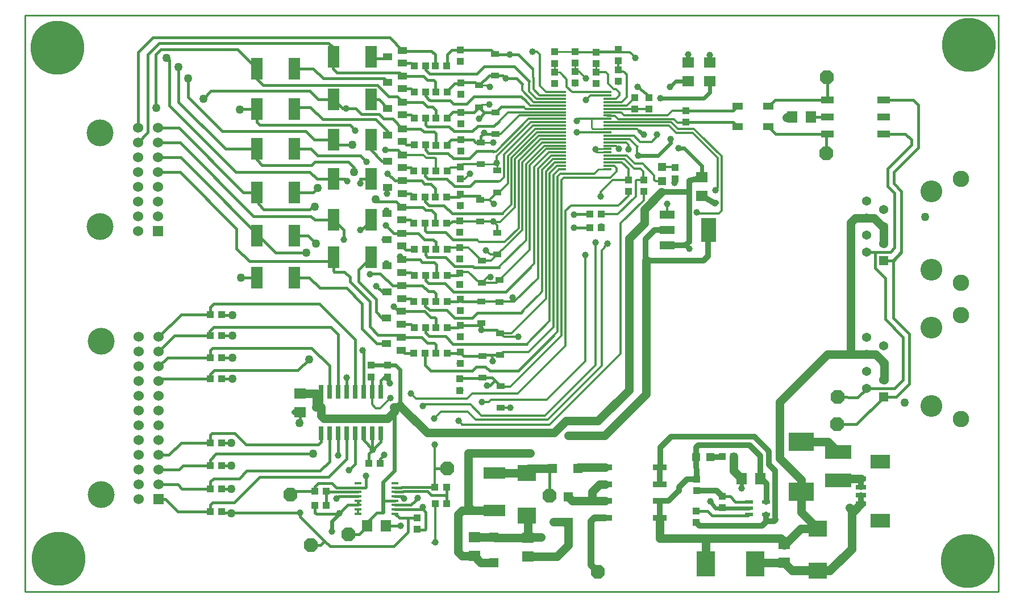
<source format=gtl>
G04 Layer_Physical_Order=1*
G04 Layer_Color=255*
%FSLAX44Y44*%
%MOMM*%
G71*
G01*
G75*
%ADD10R,1.8001X3.1999*%
%ADD11R,1.4001X1.4001*%
%ADD12R,1.5999X0.8001*%
%ADD13R,3.0000X2.1001*%
%ADD14R,2.0000X0.8999*%
%ADD15R,1.9050X1.0160*%
%ADD16R,1.5001X1.0000*%
%ADD17R,1.0500X0.4501*%
%ADD18R,1.2200X0.6200*%
%ADD19R,1.2499X0.3000*%
%ADD20R,1.1001X1.0000*%
%ADD21R,1.0000X1.1001*%
%ADD22R,3.1999X1.8001*%
%ADD23R,2.2352X1.2192*%
%ADD24R,2.1999X3.5999*%
%ADD25R,1.4001X1.0000*%
%ADD26R,0.6604X2.0320*%
%ADD27R,1.1999X1.1999*%
%ADD28R,3.8999X2.0000*%
%ADD29R,1.4001X1.4001*%
%ADD30R,1.2200X0.9101*%
%ADD31R,3.8001X2.8001*%
%ADD32R,2.8001X3.8001*%
%ADD33R,1.8001X1.5999*%
%ADD34R,2.8001X2.4001*%
%ADD35R,1.5999X1.8001*%
%ADD36R,1.1001X1.0000*%
%ADD37R,1.0000X1.1001*%
%ADD38R,1.1999X1.1999*%
%ADD39C,0.3048*%
%ADD40C,0.4064*%
%ADD41C,0.5000*%
%ADD42C,0.2540*%
%ADD43C,0.8128*%
%ADD44C,1.2700*%
%ADD45C,0.6096*%
%ADD46C,0.4060*%
%ADD47C,1.0000*%
%ADD48C,4.0000*%
%ADD49C,1.5240*%
%ADD50R,1.5240X1.5240*%
%ADD51P,2.2627X8X22.5*%
%ADD52R,1.3716X1.3716*%
%ADD53C,1.3716*%
%ADD54C,2.4384*%
%ADD55C,3.2512*%
%ADD56C,8.0000*%
%ADD57C,1.0064*%
%ADD58C,1.2700*%
D10*
X713679Y753110D02*
D03*
X769681D02*
D03*
X713679Y808482D02*
D03*
X769681D02*
D03*
X713171Y869442D02*
D03*
X769173D02*
D03*
X713171Y928116D02*
D03*
X769173D02*
D03*
X713171Y988060D02*
D03*
X769173D02*
D03*
X713679Y1051560D02*
D03*
X769681D02*
D03*
X599318Y1033780D02*
D03*
X655320D02*
D03*
X599379Y974090D02*
D03*
X655381D02*
D03*
X599379Y914400D02*
D03*
X655381D02*
D03*
X599379Y849630D02*
D03*
X655381D02*
D03*
X599379Y784860D02*
D03*
X655381D02*
D03*
X599379Y722630D02*
D03*
X655381D02*
D03*
D11*
X1063244Y395173D02*
D03*
Y357175D02*
D03*
X952500Y335483D02*
D03*
Y297485D02*
D03*
D12*
X1499283Y385110D02*
D03*
Y397609D02*
D03*
Y410111D02*
D03*
Y422610D02*
D03*
D13*
X1528285Y359611D02*
D03*
Y448109D02*
D03*
D14*
X1199253Y439189D02*
D03*
Y414289D02*
D03*
Y389390D02*
D03*
Y364490D02*
D03*
X1117854Y439189D02*
D03*
Y414289D02*
D03*
Y389390D02*
D03*
Y364490D02*
D03*
D15*
X1448816Y936498D02*
D03*
Y961898D02*
D03*
Y987298D02*
D03*
X1532636D02*
D03*
Y961898D02*
D03*
Y936498D02*
D03*
D16*
X1315720Y977900D02*
D03*
X1361440D02*
D03*
Y947420D02*
D03*
X1315720D02*
D03*
D17*
X749562Y370187D02*
D03*
Y376687D02*
D03*
Y383187D02*
D03*
Y389687D02*
D03*
Y396189D02*
D03*
Y402689D02*
D03*
Y409189D02*
D03*
Y415689D02*
D03*
X804918D02*
D03*
Y409189D02*
D03*
Y402689D02*
D03*
Y396189D02*
D03*
Y389687D02*
D03*
Y383187D02*
D03*
Y376687D02*
D03*
Y370187D02*
D03*
D18*
X1331930Y388214D02*
D03*
Y378714D02*
D03*
Y369214D02*
D03*
X1357930D02*
D03*
Y388214D02*
D03*
D19*
X1121491Y989035D02*
D03*
Y984037D02*
D03*
X1053493Y884037D02*
D03*
Y889036D02*
D03*
X1121491Y999035D02*
D03*
Y994037D02*
D03*
Y969035D02*
D03*
Y964037D02*
D03*
Y979035D02*
D03*
Y974037D02*
D03*
Y949035D02*
D03*
Y944037D02*
D03*
Y959035D02*
D03*
Y954037D02*
D03*
Y929035D02*
D03*
Y924037D02*
D03*
Y939035D02*
D03*
Y934037D02*
D03*
Y909035D02*
D03*
Y904037D02*
D03*
Y919035D02*
D03*
Y914037D02*
D03*
Y889036D02*
D03*
Y884037D02*
D03*
Y899035D02*
D03*
Y894037D02*
D03*
X1053493D02*
D03*
Y899035D02*
D03*
Y904037D02*
D03*
Y909035D02*
D03*
Y914037D02*
D03*
Y919035D02*
D03*
Y924037D02*
D03*
Y929035D02*
D03*
Y934037D02*
D03*
Y939035D02*
D03*
Y944037D02*
D03*
Y949035D02*
D03*
Y954037D02*
D03*
Y959035D02*
D03*
Y964037D02*
D03*
Y969035D02*
D03*
Y974037D02*
D03*
Y979035D02*
D03*
Y984037D02*
D03*
Y989035D02*
D03*
Y994037D02*
D03*
Y999035D02*
D03*
D20*
X1222375Y886323D02*
D03*
Y869325D02*
D03*
X1238504Y971159D02*
D03*
Y954161D02*
D03*
X1042416Y1011819D02*
D03*
Y1028817D02*
D03*
X1073150Y1012327D02*
D03*
Y1029325D02*
D03*
X1104900Y1011565D02*
D03*
Y1028563D02*
D03*
X1137666Y1015375D02*
D03*
Y1032373D02*
D03*
X1042416Y1041791D02*
D03*
Y1058789D02*
D03*
X1073150Y1042299D02*
D03*
Y1059297D02*
D03*
X1137666Y1045601D02*
D03*
Y1062599D02*
D03*
X1104900Y1041537D02*
D03*
Y1058535D02*
D03*
X769620Y591429D02*
D03*
Y574431D02*
D03*
X793750Y591429D02*
D03*
Y574431D02*
D03*
X1162050Y973973D02*
D03*
Y990971D02*
D03*
X1183132D02*
D03*
Y973973D02*
D03*
X837692Y346847D02*
D03*
Y363845D02*
D03*
X1152398Y851037D02*
D03*
Y868035D02*
D03*
X1175258Y851037D02*
D03*
Y868035D02*
D03*
X1292606Y396357D02*
D03*
Y379359D02*
D03*
X1254506Y421503D02*
D03*
Y404505D02*
D03*
X1253744Y374513D02*
D03*
Y357515D02*
D03*
D21*
X546471Y667512D02*
D03*
X529473D02*
D03*
X546471Y635762D02*
D03*
X529473D02*
D03*
X546979Y603250D02*
D03*
X529981D02*
D03*
X546979Y571500D02*
D03*
X529981D02*
D03*
X546588Y476250D02*
D03*
X529590D02*
D03*
X546588Y441960D02*
D03*
X529590D02*
D03*
X546979Y407670D02*
D03*
X529981D02*
D03*
X546979Y373380D02*
D03*
X529981D02*
D03*
X881751Y385572D02*
D03*
X864753D02*
D03*
X702300Y382905D02*
D03*
X685302D02*
D03*
X881497Y410083D02*
D03*
X864499D02*
D03*
X702046Y404241D02*
D03*
X685048D02*
D03*
X782945Y445262D02*
D03*
X765947D02*
D03*
X850001Y609219D02*
D03*
X833003D02*
D03*
X850382Y647700D02*
D03*
X833384D02*
D03*
X850128Y686562D02*
D03*
X833130D02*
D03*
X850382Y725678D02*
D03*
X833384D02*
D03*
X850382Y764159D02*
D03*
X833384D02*
D03*
X849747Y803148D02*
D03*
X832749D02*
D03*
X850001Y842772D02*
D03*
X833003D02*
D03*
X850128Y881634D02*
D03*
X833130D02*
D03*
X850255Y920115D02*
D03*
X833257D02*
D03*
X850509Y959993D02*
D03*
X833511D02*
D03*
X850509Y999109D02*
D03*
X833511D02*
D03*
X850255Y1037844D02*
D03*
X833257D02*
D03*
X882767Y609219D02*
D03*
X865769D02*
D03*
X882767Y647700D02*
D03*
X865769D02*
D03*
X882767Y686562D02*
D03*
X865769D02*
D03*
X883021Y725678D02*
D03*
X866023D02*
D03*
X882640Y764159D02*
D03*
X865642D02*
D03*
X882005Y803148D02*
D03*
X865007D02*
D03*
X882259Y842772D02*
D03*
X865261D02*
D03*
X882386Y881634D02*
D03*
X865388D02*
D03*
X882513Y919480D02*
D03*
X865515D02*
D03*
X882513Y959993D02*
D03*
X865515D02*
D03*
X882513Y999109D02*
D03*
X865515D02*
D03*
X1292743Y455676D02*
D03*
X1309741D02*
D03*
X882259Y1037844D02*
D03*
X865261D02*
D03*
D22*
X952754Y374843D02*
D03*
Y430845D02*
D03*
D23*
X1210056Y816610D02*
D03*
Y793496D02*
D03*
Y770382D02*
D03*
D24*
X1272035Y793496D02*
D03*
D25*
X814276Y614197D02*
D03*
Y633197D02*
D03*
X792274Y623697D02*
D03*
X814022Y652932D02*
D03*
Y671932D02*
D03*
X792020Y662432D02*
D03*
X814657Y691286D02*
D03*
Y710286D02*
D03*
X792655Y700786D02*
D03*
X814911Y730148D02*
D03*
Y749148D02*
D03*
X792909Y739648D02*
D03*
X814911Y769264D02*
D03*
Y788264D02*
D03*
X792909Y778764D02*
D03*
X814911Y808507D02*
D03*
Y827507D02*
D03*
X792909Y818007D02*
D03*
X815546Y847623D02*
D03*
Y866623D02*
D03*
X793544Y857123D02*
D03*
X816181Y886485D02*
D03*
Y905485D02*
D03*
X794179Y895985D02*
D03*
X816181Y925347D02*
D03*
Y944347D02*
D03*
X794179Y934847D02*
D03*
X816181Y965098D02*
D03*
Y984098D02*
D03*
X794179Y974598D02*
D03*
X816181Y1003960D02*
D03*
Y1022960D02*
D03*
X794179Y1013460D02*
D03*
X816181Y1042187D02*
D03*
Y1061187D02*
D03*
X794179Y1051687D02*
D03*
D26*
X694563Y490220D02*
D03*
Y551688D02*
D03*
X707263Y490220D02*
D03*
X719963D02*
D03*
X707263Y551688D02*
D03*
X719963D02*
D03*
X732663Y490220D02*
D03*
Y551688D02*
D03*
X745363Y490220D02*
D03*
Y551688D02*
D03*
X758063Y490220D02*
D03*
X770763D02*
D03*
X758063Y551688D02*
D03*
X770763D02*
D03*
X783463Y490220D02*
D03*
Y551688D02*
D03*
D27*
X1202436Y887181D02*
D03*
Y866181D02*
D03*
D28*
X1465118Y419608D02*
D03*
Y462107D02*
D03*
D29*
X1077163Y437642D02*
D03*
X1039165D02*
D03*
D30*
X962279Y528071D02*
D03*
Y560573D02*
D03*
X935482Y573283D02*
D03*
Y605785D02*
D03*
X961390Y607065D02*
D03*
Y639567D02*
D03*
X933450Y654436D02*
D03*
Y686938D02*
D03*
X960374Y686059D02*
D03*
Y718561D02*
D03*
X934339Y714761D02*
D03*
Y747263D02*
D03*
X956945Y756544D02*
D03*
Y789046D02*
D03*
X932053Y806074D02*
D03*
Y838576D02*
D03*
X956818Y849635D02*
D03*
Y882137D02*
D03*
X932688Y891164D02*
D03*
Y923666D02*
D03*
X954278Y936376D02*
D03*
Y968878D02*
D03*
X930402Y976508D02*
D03*
Y1009010D02*
D03*
X953516Y1023625D02*
D03*
Y1056127D02*
D03*
D31*
X1410208Y403436D02*
D03*
Y477436D02*
D03*
D32*
X1267798Y295910D02*
D03*
X1341798D02*
D03*
D33*
X1384808Y296896D02*
D03*
Y324897D02*
D03*
X1262380Y844012D02*
D03*
Y872012D02*
D03*
X923036Y335056D02*
D03*
Y307055D02*
D03*
X1273810Y1042954D02*
D03*
Y1014954D02*
D03*
X1241806Y1043463D02*
D03*
Y1015462D02*
D03*
X663448Y521813D02*
D03*
Y549813D02*
D03*
X1002538Y334548D02*
D03*
Y306548D02*
D03*
D34*
X1435100Y285237D02*
D03*
Y348239D02*
D03*
X1001522Y367787D02*
D03*
Y430789D02*
D03*
D35*
X1424971Y961898D02*
D03*
X1396969D02*
D03*
X791621Y352171D02*
D03*
X763621D02*
D03*
X1321532Y422402D02*
D03*
X1349532D02*
D03*
D36*
X1095131Y796544D02*
D03*
X1112129D02*
D03*
X1094877Y816864D02*
D03*
X1111875D02*
D03*
D37*
X901700Y554111D02*
D03*
Y571109D02*
D03*
X901954Y594243D02*
D03*
Y611241D02*
D03*
X902208Y634121D02*
D03*
Y651119D02*
D03*
X901954Y672983D02*
D03*
Y689981D02*
D03*
X901700Y711718D02*
D03*
Y728716D02*
D03*
Y750453D02*
D03*
Y767451D02*
D03*
Y789696D02*
D03*
Y806694D02*
D03*
X902208Y829574D02*
D03*
Y846572D02*
D03*
Y1044712D02*
D03*
Y1061710D02*
D03*
Y869960D02*
D03*
Y886958D02*
D03*
X902716Y911362D02*
D03*
Y928360D02*
D03*
Y952002D02*
D03*
Y969000D02*
D03*
Y995309D02*
D03*
Y1012307D02*
D03*
D38*
X1274404Y454406D02*
D03*
X1253404D02*
D03*
D39*
X1059180Y821944D02*
X1067054Y829818D01*
X1059180Y620776D02*
Y821944D01*
X988060Y549656D02*
X1059180Y620776D01*
X999289Y974037D02*
X1053493D01*
X995934Y977392D02*
X999289Y974037D01*
X990199Y964037D02*
X1053493D01*
X962660Y936498D02*
X990199Y964037D01*
X954400Y936498D02*
X962660D01*
X954278Y936376D02*
X954400Y936498D01*
X956564Y893318D02*
Y903478D01*
X906414Y891164D02*
X932688D01*
X902208Y886958D02*
X906414Y891164D01*
X882386Y881634D02*
X882396D01*
X887476Y886714D01*
X901964D01*
X902208Y886958D01*
X1007123Y954037D02*
X1053493D01*
X956564Y903478D02*
X1007123Y954037D01*
X932053Y838576D02*
X945774D01*
X952246Y832104D01*
X945774Y838576D02*
Y838594D01*
X956818Y849635D01*
X1014141Y944037D02*
X1053493D01*
X973328Y903224D02*
X1014141Y944037D01*
X932053Y806074D02*
X951098D01*
X951484Y805688D01*
X983488Y827278D02*
Y898906D01*
X961644Y805434D02*
X983488Y827278D01*
X951738Y805434D02*
X961644D01*
X951484Y805688D02*
X951738Y805434D01*
X956945Y789046D02*
Y800227D01*
X951484Y805688D02*
X956945Y800227D01*
X902320Y806074D02*
X932053D01*
X901700Y806694D02*
X902320Y806074D01*
X1018619Y934037D02*
X1053493D01*
X983488Y898906D02*
X1018619Y934037D01*
X946780Y756544D02*
X956945D01*
X940308Y763016D02*
X946780Y756544D01*
X885934Y767451D02*
X901700D01*
X882640Y764159D02*
X885934Y767451D01*
X934217Y747263D02*
X934339D01*
X914146Y767334D02*
X934217Y747263D01*
X901817Y767334D02*
X914146D01*
X901700Y767451D02*
X901817Y767334D01*
X934339Y747263D02*
X947661D01*
X956945Y756544D01*
X994664Y793496D02*
Y894334D01*
X964946Y763778D02*
X994664Y793496D01*
X964179Y763778D02*
X964946D01*
X956945Y756544D02*
X964179Y763778D01*
X1024367Y924037D02*
X1053493D01*
X994664Y894334D02*
X1024367Y924037D01*
X934339Y714761D02*
X956577D01*
X960374Y718561D01*
X930651Y714761D02*
X934339D01*
X914400Y731012D02*
X930651Y714761D01*
X903468Y731012D02*
X914400D01*
X901700Y728716D02*
X903468Y731012D01*
X942716Y723138D02*
X946912D01*
X934339Y714761D02*
X942716Y723138D01*
X1005840Y764027D02*
Y889508D01*
X960374Y718561D02*
X1005840Y764027D01*
X1030369Y914037D02*
X1053493D01*
X1005840Y889508D02*
X1030369Y914037D01*
X1037641Y904037D02*
X1053493D01*
X1018032Y884428D02*
X1037641Y904037D01*
X1018032Y721360D02*
Y884428D01*
X982980Y686308D02*
X1018032Y721360D01*
X979678Y686308D02*
X982980D01*
X965454D02*
X979678D01*
X960623D02*
X965454D01*
X960374Y686059D02*
X960623Y686308D01*
X979678D02*
Y692404D01*
X933450Y686938D02*
X964824D01*
X965454Y686308D01*
X1042881Y894037D02*
X1053493D01*
X1042881Y893783D02*
Y894037D01*
X1029970Y880872D02*
X1042881Y893783D01*
X1029970Y690880D02*
Y880872D01*
X978408Y639318D02*
X1029970Y690880D01*
X961639Y639318D02*
X978408D01*
X961390Y639567D02*
X961639Y639318D01*
X966973Y633984D02*
X988568D01*
X961390Y639567D02*
X966973Y633984D01*
X1049391Y884037D02*
X1053493D01*
X1040892Y875538D02*
X1049391Y884037D01*
X1040892Y648970D02*
Y875538D01*
X1003554Y611632D02*
X1040892Y648970D01*
X965957Y611632D02*
X1003554D01*
X961390Y607065D02*
X965957Y611632D01*
X950722Y597916D02*
Y603255D01*
X946912Y607065D02*
X950722Y603255D01*
X1030425Y999035D02*
X1053493D01*
X1021080Y1008380D02*
X1030425Y999035D01*
X1021080Y1008380D02*
Y1054608D01*
X1009904Y1059180D02*
X1016508D01*
X1021080Y1054608D01*
X1096145Y994037D02*
X1121491D01*
X1089152Y987044D02*
X1096145Y994037D01*
X1073150Y1029325D02*
X1079383D01*
X1088898Y1019810D01*
X1121491Y984037D02*
X1142787D01*
X1150112Y991362D01*
Y1025144D01*
X1145540Y1029716D02*
X1150112Y1025144D01*
X1138311Y1029716D02*
X1145540D01*
X1137666Y1032373D02*
X1138311Y1029716D01*
X1137666Y1032373D02*
Y1045601D01*
X528203Y668782D02*
X528457Y668528D01*
X745363Y490220D02*
X745490Y490093D01*
X749562Y370187D02*
Y376687D01*
X1015279Y989035D02*
X1053493D01*
X1004316Y999998D02*
X1015279Y989035D01*
X1004316Y999998D02*
Y1015492D01*
X973099Y969035D02*
X1053493D01*
X959358Y955294D02*
X973099Y969035D01*
X950976Y910590D02*
X955548D01*
X1003993Y959035D02*
X1053493D01*
X955548Y910590D02*
X1003993Y959035D01*
X957834Y865886D02*
X961390D01*
X967232Y871728D01*
Y905764D01*
X1010503Y949035D02*
X1053493D01*
X967232Y905764D02*
X1010503Y949035D01*
X978408Y831088D02*
Y900938D01*
X965200Y817880D02*
X978408Y831088D01*
X1016506Y939035D02*
X1053493D01*
X978408Y900938D02*
X1016506Y939035D01*
X989076Y796290D02*
Y896620D01*
X968248Y775462D02*
X989076Y796290D01*
X929894Y775462D02*
X968248D01*
X926592Y778764D02*
X929894Y775462D01*
X1021491Y929035D02*
X1053493D01*
X989076Y896620D02*
X1021491Y929035D01*
X999998Y778002D02*
Y891794D01*
X960120Y738124D02*
X999998Y778002D01*
X1027240Y919035D02*
X1053493D01*
X999998Y891794D02*
X1027240Y919035D01*
X1034004Y909035D02*
X1053493D01*
X1012190Y887222D02*
X1034004Y909035D01*
X1012190Y743458D02*
Y887222D01*
X1006094Y737362D02*
X1012190Y743458D01*
X1051560Y877570D02*
X1101090D01*
X1046734Y872744D02*
X1051560Y877570D01*
X1046734Y641604D02*
Y872744D01*
X1041146Y636016D02*
X1046734Y641604D01*
X1068779Y999035D02*
X1121491D01*
X1060704Y1007110D02*
X1068779Y999035D01*
X1060704Y1007110D02*
Y1018032D01*
X1053592Y1025144D02*
X1060704Y1018032D01*
X1121491Y989035D02*
X1134323D01*
X1138936Y993648D01*
Y998474D01*
X1134110Y1003300D02*
X1138936Y998474D01*
X1130554Y1003300D02*
X1134110D01*
X1122426Y1011428D02*
X1130554Y1003300D01*
X1122426Y1011428D02*
Y1025144D01*
X1118870Y1028700D02*
X1122426Y1025144D01*
X1105037Y1028700D02*
X1118870D01*
X1104900Y1028563D02*
X1105037Y1028700D01*
X1121491Y949035D02*
X1213013D01*
X1210056Y816610D02*
Y832104D01*
X1213013Y949035D02*
X1224280Y937768D01*
X1248664D01*
X1285494Y900938D01*
Y856234D02*
Y900938D01*
X1281938Y852678D02*
X1285494Y856234D01*
X902208Y555000D02*
X902980D01*
X902208Y554990D02*
X902980Y555000D01*
X901837Y593989D02*
X901954Y594243D01*
X901700Y594360D02*
X901837Y593989D01*
X901309Y634375D02*
X902208Y634121D01*
X901309Y634375D02*
X902208Y634492D01*
X901563Y673237D02*
X901954Y672983D01*
X901563Y673237D02*
X901954Y673100D01*
X900166Y711464D02*
X901700Y711718D01*
X900166Y711464D02*
X901700Y711708D01*
X901055Y750453D02*
X901700D01*
X901055D02*
X901700Y750570D01*
X900694Y789950D02*
X901700Y789696D01*
X900694Y789950D02*
X901700Y789686D01*
X902208Y829574D02*
X902960Y828812D01*
X902208Y829310D02*
X902960Y828812D01*
X902208Y869960D02*
X909076D01*
X916432Y877316D01*
X902716Y911362D02*
X905266D01*
X902716Y911352D02*
X905266Y911362D01*
X902716Y952002D02*
X902980Y951748D01*
X903224Y951992D01*
X1137021Y1012073D02*
X1137666Y1015375D01*
X1137021Y1012073D02*
X1137666Y1014222D01*
X962279Y528071D02*
X975873D01*
X976376Y528574D01*
X864753Y329809D02*
Y385572D01*
Y329809D02*
X864870Y329692D01*
X863346D02*
X864870D01*
X860806Y327152D02*
X863346Y329692D01*
X860806Y327152D02*
X864108D01*
X864616Y327660D01*
X1097788Y959035D02*
X1121491D01*
X1078161D02*
X1097788D01*
X1075436Y956310D02*
X1078161Y959035D01*
X1262014Y870854D02*
X1262380Y872012D01*
X1121491Y944037D02*
X1165687D01*
X1105662Y1059297D02*
X1134872D01*
X1137666Y1062599D01*
X1073912Y1058535D02*
X1154567D01*
X1157478Y1055624D01*
X1157986D01*
X1163320Y1050290D01*
X1165687Y944037D02*
X1171321Y938403D01*
X1121491Y889036D02*
X1131534D01*
X1134872Y885698D01*
Y880618D02*
Y885698D01*
X1125474Y871220D02*
X1134872Y880618D01*
X1056132Y871220D02*
X1125474D01*
X1052830Y867918D02*
X1056132Y871220D01*
X1052830Y636016D02*
Y867918D01*
X976884Y560070D02*
X1052830Y636016D01*
X962782Y560070D02*
X976884D01*
X962279Y560573D02*
X962782Y560070D01*
X829818Y881634D02*
X833130D01*
X816181Y886485D02*
X816460Y886206D01*
X1121491Y969035D02*
X1141705D01*
X1146048Y964692D01*
X1211580D01*
X1217930Y971042D01*
X1238387D01*
X1238504Y971159D01*
X1137666Y958850D02*
X1220216D01*
X1132586Y963930D02*
X1137666Y958850D01*
X1121598Y963930D02*
X1132586D01*
X1121491Y964037D02*
X1121598Y963930D01*
X1220216Y958850D02*
X1225296Y953770D01*
X1238113D01*
X1238504Y954161D01*
X1175258Y837692D02*
Y851037D01*
X863854Y438912D02*
Y472948D01*
Y410728D02*
Y438912D01*
Y410728D02*
X864499Y410083D01*
X1140968Y803402D02*
X1175258Y837692D01*
X1140968Y609092D02*
Y803402D01*
X1035050Y503174D02*
X1140968Y609092D01*
X905002Y503174D02*
X1035050D01*
X905002D02*
Y503682D01*
X899922Y508762D02*
X905002Y503682D01*
X1152398Y844296D02*
Y851037D01*
X1137920Y829818D02*
X1152398Y844296D01*
X1067054Y829818D02*
X1137920D01*
X920242Y549656D02*
X988060D01*
X912368Y541782D02*
X920242Y549656D01*
X836168Y541782D02*
X912368D01*
X828294Y549656D02*
X836168Y541782D01*
X1121491Y894037D02*
X1143043D01*
X1152398Y884682D01*
Y868035D02*
Y884682D01*
X1129401Y868035D02*
X1152398D01*
X1111504Y850138D02*
X1129401Y868035D01*
X1111504Y843026D02*
Y850138D01*
X1111758Y798068D02*
X1112266Y798693D01*
X1112129Y796544D02*
X1112266Y798693D01*
X1121491Y899035D02*
X1147188D01*
X1161288Y884936D01*
X1170940D01*
X1175004Y880872D01*
Y868289D02*
Y880872D01*
Y868289D02*
X1175258Y868035D01*
X1111875Y816864D02*
X1136904D01*
X1163574Y843534D01*
Y866648D01*
X1164590Y867664D01*
X1174887D01*
X1175258Y868035D01*
X1121491Y919035D02*
X1133792D01*
X1138428Y914400D01*
X1088136Y597916D02*
Y756412D01*
X789559Y572643D02*
Y575066D01*
Y572643D02*
X797052Y565150D01*
X934720Y536956D02*
X944626D01*
X947928Y540258D01*
X1030478D01*
X1088136Y597916D01*
X1103376Y591566D02*
Y774446D01*
X1028446Y516636D02*
X1103376Y591566D01*
X933704Y516636D02*
X1028446D01*
X917194Y533146D02*
X933704Y516636D01*
X848614Y533146D02*
X917194D01*
X846074Y530606D02*
X848614Y533146D01*
X798068Y543052D02*
X798322D01*
X782828Y527812D02*
X798068Y543052D01*
X776224Y527812D02*
X782828D01*
X770636Y533400D02*
X776224Y527812D01*
X770636Y533400D02*
Y551561D01*
X770763Y551688D01*
X1152398Y913638D02*
Y920750D01*
X1149096Y924052D02*
X1152398Y920750D01*
X1121509Y924052D02*
X1149096D01*
X1121491Y924037D02*
X1121509Y924052D01*
X1121491Y979035D02*
X1150115D01*
X1162050Y990971D01*
X1121491Y974037D02*
X1161986D01*
X1162050Y973973D01*
X1183132D01*
X1089155Y939035D02*
X1121491D01*
X1075436Y939038D02*
X1089155Y939035D01*
X1121491Y954037D02*
X1216647D01*
X1226566Y944118D01*
X1250442D01*
X1258570Y935990D01*
X1258824D01*
X1291590Y903224D01*
Y822452D02*
Y903224D01*
X1287272Y818134D02*
X1291590Y822452D01*
X1255268Y818134D02*
X1287272D01*
X1253998Y819404D02*
X1255268Y818134D01*
X814911Y788264D02*
X840384D01*
X849376Y779272D01*
X862076D01*
X865378Y775970D01*
Y765048D02*
Y775970D01*
Y764423D02*
Y765048D01*
Y764423D02*
X865642Y764159D01*
X1006483Y979035D02*
X1053493D01*
X999490Y986028D02*
X1006483Y979035D01*
X1010158Y1021080D02*
Y1033018D01*
X1009650Y1033526D02*
X1010158Y1033018D01*
X1020183Y994037D02*
X1053493D01*
X1011174Y1003046D02*
X1020183Y994037D01*
X1011174Y1003046D02*
Y1020064D01*
X1010158Y1021080D02*
X1011174Y1020064D01*
X1011641Y984037D02*
X1053493D01*
X994410Y1001268D02*
X1011641Y984037D01*
X994410Y1001268D02*
Y1011174D01*
X1040259Y899035D02*
X1053493D01*
X1024128Y882904D02*
X1040259Y899035D01*
X1024128Y701548D02*
Y882904D01*
X1022604Y700024D02*
X1024128Y701548D01*
X1022604Y699770D02*
Y700024D01*
X995680Y672846D02*
X1022604Y699770D01*
X1046008Y889036D02*
X1053493D01*
X1035304Y878332D02*
X1046008Y889036D01*
X1035304Y657860D02*
Y878332D01*
X1001014Y623570D02*
X1035304Y657860D01*
X1121491Y904037D02*
X1150061D01*
X1162050Y892048D01*
X1173734D01*
X1191260Y874522D01*
Y868172D02*
Y874522D01*
Y868172D02*
X1193292Y866140D01*
X1202395D01*
X1202436Y866181D01*
X1219667Y886493D02*
X1222375Y886323D01*
X1202436Y887181D02*
X1221519D01*
X1222375Y886323D01*
X816181Y905485D02*
X847369D01*
X851662Y901192D01*
X863854D01*
X865378Y899668D01*
Y881644D02*
Y899668D01*
Y881644D02*
X865388Y881634D01*
X862838Y512572D02*
X863092D01*
X872998Y522478D01*
X913130D01*
X925322Y510286D01*
X1032256D01*
X1112774Y590804D01*
Y762762D01*
X1121491Y929035D02*
X1154273D01*
X1165860Y917448D01*
X1166114D01*
X1165860Y905764D02*
Y917448D01*
Y905764D02*
X1167130Y904494D01*
X1116838Y768858D02*
X1121156Y773176D01*
X1116838Y766826D02*
Y768858D01*
X1112774Y762762D02*
X1116838Y766826D01*
X1121491Y934037D02*
X1160955D01*
Y933783D02*
Y934037D01*
Y933783D02*
X1169924Y924814D01*
X1187450D01*
X1195324Y932688D01*
Y935228D01*
X1200150Y989584D02*
X1205484D01*
X956818Y849635D02*
X960125D01*
X973328Y862838D01*
Y903224D01*
D40*
X1574038Y920242D02*
Y927862D01*
X1565402Y936498D02*
X1574038Y927862D01*
X1532636Y936498D02*
X1565402D01*
X1538986Y885190D02*
X1574038Y920242D01*
X1533398Y748030D02*
X1547876D01*
Y862584D02*
X1559560Y850900D01*
Y760984D02*
Y850900D01*
X1547876Y862584D02*
Y879602D01*
X1538986Y858774D02*
X1549400Y848360D01*
Y767080D02*
Y848360D01*
X1542796Y760476D02*
X1549400Y767080D01*
X1519936Y760476D02*
X1542796D01*
X789127Y389687D02*
X804918D01*
Y383187D02*
X828957D01*
X1220851Y865251D02*
X1222375Y869325D01*
X882513Y959993D02*
Y961253D01*
X891032Y969772D01*
X901944D01*
X902716Y969000D01*
X922894D01*
X930402Y976508D01*
X938035Y968878D02*
X954278D01*
X930402Y976508D02*
X938035Y968878D01*
X962792Y977392D02*
X995934D01*
X954278Y968878D02*
X962792Y977392D01*
X929894Y959104D02*
X938916Y968756D01*
X954278Y968878D01*
X940938Y936376D02*
X954278D01*
X937768Y937768D02*
X940938Y936376D01*
X882513Y919480D02*
Y922391D01*
X888238Y928116D01*
X902472D01*
X902716Y928360D01*
X925454Y923666D02*
X932688D01*
X921258Y927862D02*
X925454Y923666D01*
X903214Y927862D02*
X921258D01*
X902716Y928360D02*
X903214Y927862D01*
X932688Y923666D02*
Y932688D01*
X937768Y937768D01*
X882259Y842772D02*
X900186D01*
X902208Y846572D01*
X931042Y844164D02*
X932053Y838576D01*
X912368Y844296D02*
X931042Y844164D01*
X902706Y844296D02*
X912368D01*
X902208Y846572D02*
X902706Y844296D01*
X882005Y803148D02*
X886968D01*
X890016Y806196D01*
X901202D01*
X901700Y806694D01*
X883021Y725678D02*
X898662D01*
X901700Y728716D01*
X904999Y686938D02*
X933450D01*
X901954Y689981D02*
X904999Y686938D01*
X882767Y686562D02*
X898535D01*
X901954Y689981D01*
X882767Y647700D02*
X898789D01*
X902208Y651119D01*
X930133D01*
X933450Y654436D01*
Y644398D02*
Y654436D01*
Y644398D02*
X956559D01*
X961390Y639567D01*
X882767Y609219D02*
X899932D01*
X901954Y611241D01*
X907412Y605785D02*
X935482D01*
X901954Y611241D02*
X907412Y605785D01*
X946912Y607065D02*
X961390D01*
X936765D02*
X946912D01*
X935482Y605785D02*
X936765Y607065D01*
X778129Y623697D02*
X792274D01*
X755904Y645922D02*
X778129Y623697D01*
X755904Y645922D02*
Y683514D01*
X732790Y706628D02*
X755904Y683514D01*
X718881Y706628D02*
X732790D01*
X785368Y662432D02*
X792020D01*
X776732Y671068D02*
X785368Y662432D01*
X776732Y671068D02*
Y690118D01*
X785876Y700786D02*
X792655D01*
X777240Y709422D02*
X785876Y700786D01*
X792909Y739648D02*
Y743029D01*
X792226Y743712D02*
X792909Y743029D01*
X752856Y793750D02*
X754949D01*
X769681Y808482D01*
X768411Y1049274D02*
X791766D01*
X794179Y1051687D01*
X699770Y1019302D02*
X788337D01*
X794179Y1013460D01*
X769173Y988060D02*
X780717D01*
X794179Y974598D01*
X678942Y976437D02*
X697037Y958342D01*
X776224D01*
X793496Y941070D01*
Y935530D02*
Y941070D01*
Y935530D02*
X794179Y934847D01*
X785749Y895985D02*
X794179D01*
X769366Y912368D02*
X785749Y895985D01*
X769366Y912368D02*
Y927923D01*
X769173Y928116D02*
X769366Y927923D01*
X792988Y847344D02*
Y856567D01*
X793544Y857123D01*
X792909Y818007D02*
Y821515D01*
X792480Y821944D02*
X792909Y821515D01*
X752917Y869442D02*
X753110Y862838D01*
X752917Y869442D02*
X769173D01*
X789686Y778764D02*
X792909D01*
X789432Y779018D02*
X789686Y778764D01*
X545455Y636016D02*
X545963Y635508D01*
X662940Y371348D02*
X663448Y371856D01*
X823468Y363845D02*
X837692D01*
X811261D02*
X823468D01*
X804918Y370187D02*
X811261Y363845D01*
X663448Y366014D02*
Y371856D01*
Y366014D02*
X700151Y329311D01*
X707898Y321564D01*
X823214Y341884D02*
Y342138D01*
X824484Y343408D01*
Y362829D01*
X823468Y363845D02*
X824484Y362829D01*
X707898Y321564D02*
X802894D01*
X823214Y341884D01*
X679450Y323342D02*
X694182D01*
X700151Y329311D01*
X528457Y668528D02*
X528574Y668411D01*
X707263Y551688D02*
Y590677D01*
X758063Y551688D02*
X758698Y551053D01*
X758063Y551688D02*
Y612775D01*
X756666Y614172D02*
X758063Y612775D01*
X712470Y1033780D02*
X718566Y1027684D01*
X712470Y1033780D02*
Y1049213D01*
X712409Y1049274D02*
X712470Y1049213D01*
Y1065784D01*
X706120Y1072134D02*
X712470Y1065784D01*
X661924Y1072134D02*
X706120D01*
X816181Y1022960D02*
X847242D01*
X853440Y1016762D01*
X862584D01*
X865124Y1014222D01*
Y999500D02*
Y1014222D01*
Y999500D02*
X865515Y999109D01*
X718566Y1027684D02*
X811456D01*
X816181Y1022960D01*
Y984098D02*
X845972D01*
X852932Y977138D01*
X860552D01*
X865378Y972312D01*
Y960130D02*
Y972312D01*
Y960130D02*
X865515Y959993D01*
X687131Y1009650D02*
X778510D01*
X795782Y992378D01*
X807900D01*
X816181Y984098D01*
X814911Y827507D02*
X846099D01*
X850900Y822706D01*
X859282D01*
X865124Y816864D01*
Y803265D02*
Y816864D01*
X865007Y803148D02*
X865124Y803265D01*
X806503Y835914D02*
X814911Y827507D01*
Y749148D02*
X841908D01*
X845820Y745236D01*
X862838D01*
X866394Y741680D01*
Y726049D02*
Y741680D01*
X866023Y725678D02*
X866394Y726049D01*
X814911Y749148D02*
Y751253D01*
X812800Y753364D02*
X814911Y751253D01*
X713740Y795528D02*
Y808421D01*
X713679Y808482D02*
X713740Y808421D01*
X814657Y710286D02*
X845718D01*
X854456Y701548D01*
X862584D01*
X865632Y698500D01*
Y686699D02*
Y698500D01*
Y686699D02*
X865769Y686562D01*
X801268Y710286D02*
X814657D01*
X783082Y728472D02*
X801268Y710286D01*
X768858Y728472D02*
X783082D01*
X767334Y726948D02*
X768858Y728472D01*
X728726Y779018D02*
Y793435D01*
X814022Y671932D02*
X848512D01*
X857758Y662686D01*
X864108D01*
X865886Y660908D01*
Y647817D02*
Y660908D01*
X865769Y647700D02*
X865886Y647817D01*
X809904Y671932D02*
X814022D01*
X803148Y678688D02*
X809904Y671932D01*
X712978Y732536D02*
X714502Y731012D01*
X712978Y732536D02*
Y752155D01*
X814276Y633197D02*
X844829D01*
X853440Y624586D01*
X863092D01*
X865632Y622046D01*
Y609356D02*
Y622046D01*
Y609356D02*
X865769Y609219D01*
X714502Y731012D02*
X729488D01*
X737616Y722884D01*
Y716026D02*
Y722884D01*
Y716026D02*
X767334Y686308D01*
Y649224D02*
Y686308D01*
Y649224D02*
X779780Y636778D01*
X810694D01*
X814276Y633197D01*
X850255Y1032139D02*
Y1037844D01*
Y1032139D02*
X856488Y1025906D01*
X926592D01*
X938022Y1037336D01*
X982472D01*
X1004316Y1015492D01*
X850509Y950351D02*
Y959993D01*
Y950351D02*
X853186Y947674D01*
X885190D01*
X892556Y940308D02*
X920242D01*
X952500Y948436D02*
X959358Y955294D01*
X885190Y947674D02*
X892556Y940308D01*
X920242D02*
X928370Y948436D01*
X952500D01*
X850255Y912759D02*
Y920115D01*
Y912759D02*
X854964Y908050D01*
X883666D01*
X892048Y899668D01*
X915924D01*
X927100Y910844D01*
X950722D01*
X950976Y910590D01*
X850128Y873770D02*
Y881634D01*
Y873770D02*
X853948Y869950D01*
X882142D01*
X892556Y859536D01*
Y859282D02*
Y859536D01*
Y859282D02*
X892810Y859028D01*
X893064D01*
X893826Y858266D01*
X916940D01*
X924560Y865886D01*
X957834D01*
X850001Y835543D02*
Y842772D01*
Y835543D02*
X855472Y830072D01*
X877824D01*
X890016Y817880D01*
X965200D01*
X849747Y792363D02*
Y803148D01*
Y792363D02*
X852170Y789940D01*
X880110D01*
X891286Y778764D01*
X926592D01*
X850382Y755914D02*
Y764159D01*
Y755914D02*
X853186Y753110D01*
X879856D01*
X893572Y739394D01*
X920750D01*
X922528Y737616D01*
X959612D01*
X960120Y738124D01*
X850382Y718322D02*
Y725678D01*
Y718322D02*
X854710Y713994D01*
X879348D01*
X892302Y701040D01*
X969772D01*
X1006094Y737362D01*
X850001Y591957D02*
Y609219D01*
Y591957D02*
X858520Y583438D01*
X919988D01*
X925830Y589280D01*
X939800D01*
X945896Y583184D01*
X988314D01*
X1041146Y636016D01*
X1071753Y816864D02*
X1094877D01*
X1071499Y816610D02*
X1071753Y816864D01*
X1071118Y796544D02*
X1095131D01*
X1071118D02*
X1071245Y796671D01*
X791621Y352171D02*
X812800Y352425D01*
X812927Y352298D01*
X901837Y995563D02*
X902716Y995309D01*
X901837Y995563D02*
X902970Y995426D01*
X902198Y1044712D02*
X902208D01*
X902198D02*
X902208Y1044702D01*
X1183132Y990971D02*
Y993140D01*
X1166114Y1006348D02*
X1183132Y993140D01*
X749562Y383187D02*
Y389687D01*
X765947Y445262D02*
Y459877D01*
X771906Y465836D01*
X758063Y479679D02*
Y490220D01*
Y479679D02*
X771906Y465836D01*
X770763Y466979D02*
Y490220D01*
Y466979D02*
X771906Y465836D01*
X783463Y477393D02*
Y490220D01*
X771906Y465836D02*
X783463Y477393D01*
X734723Y383187D02*
X749562D01*
X722122Y370586D02*
X734723Y383187D01*
X685302Y372100D02*
Y382905D01*
Y372100D02*
X687578Y369824D01*
X721360D01*
X722122Y370586D01*
X1170686Y941070D02*
X1171702Y938022D01*
X1243584Y765048D02*
Y767334D01*
X1239012Y771906D02*
X1243584Y767334D01*
X768477Y592064D02*
X789559D01*
X763621Y352171D02*
Y357475D01*
X777748Y371602D01*
X786638D01*
X787400Y372364D01*
Y391414D02*
X789127Y389687D01*
X735584Y339852D02*
X751301D01*
X763621Y352171D01*
X1035050Y396748D02*
Y433527D01*
X1039165Y437642D01*
X1253744Y374513D02*
X1270645D01*
X1277620Y367538D01*
X1330254D01*
X1331930Y369214D01*
X1312316Y388214D02*
X1331930D01*
X1304544Y395986D02*
X1312316Y388214D01*
X1292977Y395986D02*
X1304544D01*
X1292606Y396357D02*
X1292977Y395986D01*
X1291318Y397647D02*
X1292606Y396357D01*
X902208Y571998D02*
X934197D01*
X935482Y573283D01*
X949566D01*
X953704Y569148D01*
X962279Y560573D01*
X941832Y561340D02*
X945896D01*
X953704Y569148D01*
X819254Y609219D02*
X833003D01*
X814276Y614197D02*
X819254Y609219D01*
X814022Y652932D02*
X828152D01*
X833384Y647700D01*
X814657Y691286D02*
X828406D01*
X833130Y686562D01*
X814911Y730148D02*
X828914D01*
X833384Y725678D01*
X814911Y769264D02*
X815696D01*
X820928Y764032D01*
X833257D01*
X833384Y764159D01*
X814911Y808507D02*
X827390D01*
X832749Y803148D01*
X815546Y847623D02*
X828152D01*
X833003Y842772D01*
X816460Y886206D02*
X828558D01*
X833130Y881634D01*
X821413Y920115D02*
X833257D01*
X816181Y925347D02*
X821413Y920115D01*
X816181Y965098D02*
X828406D01*
X833511Y959993D01*
X816181Y1003960D02*
X828660D01*
X833511Y999109D01*
X816181Y1042187D02*
X828914D01*
X833257Y1037844D01*
X1238504Y971159D02*
X1308979D01*
X1315720Y977900D01*
X1238504Y954161D02*
X1308979D01*
X1315720Y947420D01*
X818642Y393192D02*
Y394462D01*
X817118Y395986D02*
X818642Y394462D01*
X805119Y395986D02*
X817118D01*
X804918Y396189D02*
X805119Y395986D01*
X804918Y409189D02*
X805165Y408940D01*
X864870Y437896D02*
X882904D01*
X863854Y438912D02*
X864870Y437896D01*
X814959Y410083D02*
X864499D01*
X814070Y409194D02*
X814959Y410083D01*
X804923Y409194D02*
X814070D01*
X804918Y409189D02*
X804923Y409194D01*
X717809Y409189D02*
X749562D01*
X710946Y416052D02*
X717809Y409189D01*
X690118Y416052D02*
X710946D01*
X685048Y404241D02*
Y410982D01*
X690118Y416052D01*
X732663Y551688D02*
Y572897D01*
X732536Y573024D02*
X732663Y572897D01*
X717550Y393192D02*
X717804D01*
X720852Y396240D01*
X749511D01*
X749562Y396189D01*
X783463Y551688D02*
Y568970D01*
X789559Y575066D01*
X770763Y551688D02*
Y572780D01*
X768477Y575066D02*
X770763Y572780D01*
X804918Y376687D02*
X846831D01*
X850646Y372872D01*
Y347980D02*
Y372872D01*
X849376Y346710D02*
X850646Y347980D01*
X837829Y346710D02*
X849376D01*
X837692Y346847D02*
X837829Y346710D01*
X804918Y376687D02*
X846587D01*
X846836Y376936D01*
X846582Y376428D02*
X846836Y376936D01*
X846582Y376428D02*
Y380492D01*
X782945Y445262D02*
Y452491D01*
X788924Y458470D01*
X881751Y385572D02*
Y397510D01*
Y402590D01*
Y409829D01*
X881497Y410083D02*
X881751Y409829D01*
X881654Y402689D02*
X881751Y402590D01*
X880735Y396494D02*
X881751Y397510D01*
X852678Y403860D02*
X858774Y397764D01*
X879465D01*
X880735Y396494D01*
X804918Y402689D02*
X816709D01*
X817880Y403860D01*
X852678D01*
X703600Y402689D02*
X749562D01*
X702046Y404241D02*
X703600Y402689D01*
X702300Y382905D02*
Y403987D01*
X702046Y404241D02*
X702300Y403987D01*
X814911Y788264D02*
X839876D01*
X849122Y779018D01*
X861822D01*
X865632Y775208D01*
Y764794D02*
Y775208D01*
Y764794D02*
X866394Y764032D01*
X865378Y765048D02*
X865632Y764794D01*
X802792Y788264D02*
X814911D01*
X790956Y800100D02*
X802792Y788264D01*
X733552Y866140D02*
X733806Y865886D01*
X730250Y869442D02*
X733552Y866140D01*
X713171Y869442D02*
X730250D01*
X850509Y992769D02*
Y999109D01*
Y992769D02*
X855980Y987298D01*
X856234D01*
X857504Y986028D01*
X886968D01*
X891794Y981202D01*
X911352D01*
X922528Y992378D01*
X993140D01*
X999490Y986028D01*
X902208Y1061710D02*
X947931D01*
X953516Y1056127D01*
X889244Y1061710D02*
X902208D01*
X882904Y1055370D02*
X889244Y1061710D01*
X882904Y1038489D02*
Y1055370D01*
X882259Y1037844D02*
X882904Y1038489D01*
X954781Y1054862D02*
X975614D01*
X953516Y1056127D02*
X954781Y1054862D01*
X975614D02*
X988314D01*
X1009650Y1033526D01*
X945020Y1023625D02*
X953516D01*
X930402Y1009010D02*
X945020Y1023625D01*
X928248Y1009010D02*
X930402D01*
X923798Y1013460D02*
X928248Y1009010D01*
X903869Y1013460D02*
X923798D01*
X902716Y1012307D02*
X903869Y1013460D01*
X882513Y999109D02*
Y1000877D01*
X893572Y1011936D01*
X902345D01*
X902716Y1012307D01*
X953516Y1023625D02*
X965957D01*
X969772Y1019810D01*
X985774D01*
X994410Y1011174D01*
X850128Y680222D02*
Y686562D01*
Y680222D02*
X856234Y674116D01*
X881888D01*
X893826Y662178D01*
X920242D01*
X927862Y669798D01*
X992632D01*
X995680Y672846D01*
X850382Y640344D02*
Y647700D01*
Y640344D02*
X855980Y634746D01*
X879856D01*
X891032Y623570D01*
X1001014D01*
X816181Y944347D02*
X843305D01*
X848106Y939546D01*
X863346D01*
X865632Y937260D01*
Y919597D02*
Y937260D01*
X865515Y919480D02*
X865632Y919597D01*
X726887Y974344D02*
X732028D01*
X746760D01*
X754634Y966470D01*
X781050D01*
X788162Y959358D01*
X801169D01*
X816181Y944347D01*
X865261Y1037844D02*
Y1054598D01*
X859409Y1060450D02*
X865261Y1054598D01*
X816917Y1060450D02*
X859409D01*
X816181Y1061187D02*
X816917Y1060450D01*
X712978Y927923D02*
X713171Y928116D01*
X815546Y866623D02*
X844321D01*
X849122Y861822D01*
X858266D01*
X865124Y854964D01*
Y842909D02*
Y854964D01*
Y842909D02*
X865261Y842772D01*
X804951Y866623D02*
X815546D01*
X794004Y877570D02*
X804951Y866623D01*
X685800Y949706D02*
X737616D01*
X745490Y941832D01*
X790448Y912876D02*
X808789D01*
X816181Y905485D01*
X1532636Y987298D02*
X1576832D01*
X1584706Y979424D01*
Y916432D02*
Y979424D01*
X1547876Y879602D02*
X1584706Y916432D01*
X1533144Y747776D02*
X1533398Y748030D01*
Y544830D02*
X1551432D01*
X1570736Y564134D01*
Y638556D01*
X1547368Y661924D02*
X1570736Y638556D01*
X1547368Y661924D02*
Y747522D01*
X1463802Y503428D02*
X1491996D01*
X1533398Y544830D01*
X1538986Y858774D02*
Y885190D01*
X1507744Y760476D02*
X1519936D01*
X1507998Y557530D02*
X1549400D01*
X1562100Y570230D01*
Y633730D01*
X1535430Y660400D02*
X1562100Y633730D01*
X1535430Y660400D02*
Y721360D01*
X1519936Y736854D02*
X1535430Y721360D01*
X1519936Y736854D02*
Y760476D01*
X1464564Y544068D02*
X1494282Y543814D01*
X1507998Y557530D01*
X1424971Y961898D02*
X1448816D01*
X1372362Y936498D02*
X1448816D01*
X1361440Y947420D02*
X1372362Y936498D01*
X1447546Y907542D02*
Y935228D01*
X1448816Y936498D01*
X1370838Y987298D02*
X1448816D01*
X1361440Y977900D02*
X1370838Y987298D01*
X1448816D02*
Y1021080D01*
X1448562Y1021334D02*
X1448816Y1021080D01*
X828957Y383187D02*
X835660Y389890D01*
Y390652D01*
X838962Y393954D01*
X713171Y988060D02*
X726887Y974344D01*
X797359Y1080008D02*
X816181Y1061187D01*
X589026Y1080008D02*
X797359D01*
X730250Y904240D02*
X753110D01*
X762254Y895096D01*
X713740Y808421D02*
X728726Y793435D01*
X750570Y716280D02*
X776732Y690118D01*
X750570Y733745D02*
X769173Y752348D01*
X750570Y716280D02*
Y733745D01*
X719963Y551688D02*
Y637921D01*
X635000Y683260D02*
X692150D01*
X745363Y630047D01*
Y551688D02*
Y630047D01*
X645922Y617220D02*
X680720D01*
X707263Y590677D01*
X642620Y371348D02*
X662940D01*
D41*
X1547876Y748030D02*
X1559560Y759714D01*
D42*
X1547368Y747522D02*
X1547876Y748030D01*
X1559560Y759714D02*
Y760984D01*
X934588Y980694D02*
X945134D01*
X930402Y976508D02*
X934588Y980694D01*
X932688Y923666D02*
X950854D01*
X950976Y923544D01*
X932688Y891164D02*
X954410D01*
X956564Y893318D01*
X956818Y882137D02*
Y893064D01*
X956564Y893318D02*
X956818Y893064D01*
X1073150Y1029325D02*
Y1042299D01*
X1107557Y884037D02*
X1121491D01*
X1101090Y877570D02*
X1107557Y884037D01*
X1050036Y1028700D02*
X1053592Y1025144D01*
X1042533Y1028700D02*
X1050036D01*
X1042416Y1028817D02*
X1042533Y1028700D01*
X1042416Y1028817D02*
Y1041791D01*
X1104900Y1028563D02*
X1105017Y1028446D01*
X1104900Y1028563D02*
Y1041537D01*
X1107806Y909066D02*
X1121491Y909035D01*
X1104900Y909066D02*
X1107806D01*
X1104900D02*
Y913638D01*
X1104755Y914037D02*
X1104900Y913638D01*
X1104755Y914037D02*
X1121491D01*
X1100836Y913892D02*
X1104900Y913638D01*
X1100836Y913892D02*
X1103884Y913384D01*
X1099393Y944037D02*
X1121491D01*
X1097534Y945896D02*
X1099393Y944037D01*
X1097534Y945896D02*
Y958781D01*
X1097788Y959035D01*
X1104900Y1058535D02*
X1105662Y1059297D01*
X1073912Y1058535D02*
X1104900D01*
X1073150Y1059297D02*
X1073912Y1058535D01*
X1042924Y1059297D02*
X1073150D01*
X1042416Y1058789D02*
X1042924Y1059297D01*
X1075436Y939038D02*
X1088898Y939175D01*
X930402Y1009010D02*
X944250D01*
X946404Y1006856D01*
X254000Y254000D02*
X1703837D01*
X1704088Y254251D01*
Y1113539D01*
X1704340Y1113790D01*
X254000D02*
X1704340D01*
X254000Y254000D02*
Y1113790D01*
D43*
X1202182Y849884D02*
X1242822D01*
X1499283Y385110D02*
Y397609D01*
X1199253Y364490D02*
Y389390D01*
X1212096D01*
X1253744Y454066D02*
X1254506Y421503D01*
X1253404Y454406D02*
X1253744Y454066D01*
X1349532Y422402D02*
Y456153D01*
X1333246Y472440D02*
X1349532Y456153D01*
X1256792Y472440D02*
X1333246D01*
X1253236Y468884D02*
X1256792Y472440D01*
X1253236Y454574D02*
Y468884D01*
Y454574D02*
X1253404Y454406D01*
X1349532Y422402D02*
X1351026D01*
X1358646Y414782D01*
Y388930D02*
Y414782D01*
X1357930Y388214D02*
X1358646Y388930D01*
X1239891Y421503D02*
X1254506D01*
X1227836Y409448D02*
X1239891Y421503D01*
X1227836Y405130D02*
Y409448D01*
X1212096Y389390D02*
X1227836Y405130D01*
X1262380Y844012D02*
X1262411Y843757D01*
X1281684Y833374D01*
X654909Y521813D02*
X663448D01*
X1281684Y833374D02*
X1282984Y833628D01*
X1210056Y770382D02*
X1237488D01*
X1239012Y771906D01*
X1243076Y775970D01*
Y849630D01*
Y867410D01*
X1262014Y870854D01*
X1242822Y849884D02*
X1243076Y849630D01*
X1191514Y793496D02*
X1210056D01*
X1178052Y780034D02*
X1191514Y793496D01*
X1178052Y750570D02*
Y780034D01*
Y750570D02*
X1180846Y747776D01*
X1264920D01*
X1271524Y754380D01*
Y792986D01*
X1272035Y793496D01*
X1199253Y414289D02*
Y439189D01*
X1357930Y358186D02*
Y369214D01*
X1352042Y352298D02*
X1357930Y358186D01*
X1258961Y352298D02*
X1352042D01*
X1253744Y357515D02*
X1258961Y352298D01*
X1253744Y357124D02*
Y357515D01*
Y357124D02*
X1258824Y352044D01*
X1351280D01*
X1358138Y358902D01*
X1200150Y468884D02*
X1216660Y485394D01*
X1200150Y440085D02*
Y468884D01*
X1199253Y439189D02*
X1200150Y440085D01*
X1358138Y358902D02*
X1369568D01*
X1372108Y361442D01*
X1216660Y485394D02*
X1340612D01*
Y484886D02*
Y485394D01*
Y484886D02*
X1362202Y463296D01*
Y443484D02*
Y463296D01*
Y443484D02*
X1371600Y434086D01*
Y361950D02*
Y434086D01*
Y361950D02*
X1372108Y361442D01*
X1254506Y404505D02*
X1284460D01*
X1292606Y396357D01*
X1274404Y454406D02*
X1291473D01*
X1292743Y455676D01*
X1499283Y410111D02*
Y422610D01*
D44*
X1384808Y296896D02*
X1396467Y285237D01*
X1342784Y296896D02*
X1384808D01*
X1341798Y295910D02*
X1342784Y296896D01*
X1309741Y434193D02*
Y455676D01*
Y434193D02*
X1321532Y422402D01*
X1435100Y285237D02*
X1452875D01*
X1485138Y317500D01*
Y370965D01*
X1499283Y385110D01*
X1396467Y285237D02*
X1435100D01*
X1384808Y296896D02*
X1385540D01*
X1385824Y297180D01*
Y296164D02*
Y297180D01*
Y296164D02*
X1395730Y286258D01*
X1452880D01*
X1485392Y318770D01*
Y375412D01*
X1481836Y378968D02*
X1485392Y375412D01*
X932609Y297485D02*
X952500D01*
X923036Y307055D02*
X932609Y297485D01*
X905033Y307055D02*
X923036D01*
X898652Y313436D02*
X905033Y307055D01*
X898652Y313436D02*
Y369062D01*
X904748Y375158D01*
X919988D01*
X952439D02*
X952754Y374843D01*
X919988Y375158D02*
X952439D01*
X914400Y380746D02*
X919988Y375158D01*
X914400Y380746D02*
Y461010D01*
X1006094D01*
X1006348Y460756D01*
X1267968Y295910D02*
Y333502D01*
X1200912D02*
X1267968D01*
X1199253D02*
X1200912D01*
X1199253D02*
Y364490D01*
X1410208Y372364D02*
X1434338Y348234D01*
X1409700D02*
X1434338D01*
X1384554Y323088D02*
X1409700Y348234D01*
X1384554Y323088D02*
Y326136D01*
Y329184D01*
X1379728Y334010D02*
X1384554Y329184D01*
X1201420Y334010D02*
X1379728D01*
X1200912Y333502D02*
X1201420Y334010D01*
X1410208Y372364D02*
Y403436D01*
X1378204Y452882D02*
Y537210D01*
Y452882D02*
X1410208Y420878D01*
Y403436D02*
Y420878D01*
X1434343Y348239D02*
X1435100D01*
X1434338Y348234D02*
X1434343Y348239D01*
X1384808Y324897D02*
Y325882D01*
X1384554Y326136D02*
X1384808Y325882D01*
X1267798Y295910D02*
X1267968D01*
X1378204Y537210D02*
X1448816Y607822D01*
X1480312D01*
X1507490D01*
X1507998Y608330D01*
X1520698D01*
X1533398Y595630D01*
Y570230D02*
Y595630D01*
X1531112Y798576D02*
X1533144D01*
X1518412Y811276D02*
X1531112Y798576D01*
X1490726Y811276D02*
X1507744D01*
X1484122Y804672D02*
X1490726Y811276D01*
X1484122Y611632D02*
Y804672D01*
X1480312Y607822D02*
X1484122Y611632D01*
X1507744Y811276D02*
X1518412D01*
X1533144Y773176D02*
Y798576D01*
X1003016Y335026D02*
X1022096D01*
X1002538Y334548D02*
X1003016Y335026D01*
X953437Y334548D02*
X1002538D01*
X952500Y335483D02*
X953437Y334548D01*
X923465Y335483D02*
X952500D01*
X923036Y335056D02*
X923465Y335483D01*
X1002538Y334548D02*
Y366771D01*
X1001522Y367787D02*
X1002538Y366771D01*
X1389126Y961898D02*
X1396969D01*
X1388110Y960882D02*
X1389126Y961898D01*
X687324Y529590D02*
X694944D01*
X1176274Y803402D02*
Y823976D01*
X1202182Y849884D01*
X663448Y549813D02*
X687421D01*
X688086Y549148D01*
Y530352D02*
Y549148D01*
X687324Y529590D02*
X688086Y530352D01*
X802894Y529590D02*
X810768D01*
X812546Y531368D01*
X1153414Y780542D02*
X1176274Y803402D01*
X1153414Y554990D02*
Y780542D01*
X1106932Y508508D02*
X1153414Y554990D01*
X1059688Y508508D02*
X1106932D01*
X1041908Y490728D02*
X1059688Y508508D01*
X853186Y490728D02*
X1041908D01*
X814324Y529590D02*
X853186Y490728D01*
X694944Y516636D02*
Y529590D01*
Y516636D02*
X699262Y512318D01*
X793750D01*
X803910Y522478D01*
X1003808Y437642D02*
X1039165D01*
X995680Y429514D02*
X1003808Y437642D01*
X995680Y429514D02*
X1000247D01*
X1001522Y430789D01*
X952810D02*
X1001522D01*
X952754Y430845D02*
X952810Y430789D01*
X1002538Y306548D02*
X1045941D01*
X1063244Y323850D01*
Y357175D01*
X1179322Y747776D02*
X1180846D01*
X1040638Y358394D02*
X1062025D01*
X1063244Y357175D01*
Y486918D02*
X1117346D01*
X1178814Y548386D01*
Y747268D01*
X1179322Y747776D01*
X1078713Y439189D02*
X1117854D01*
X1077163Y437642D02*
X1078713Y439189D01*
X1098550Y389390D02*
X1117854D01*
X1069028D02*
X1098550D01*
X1063244Y395173D02*
X1069028Y389390D01*
X1109233Y414289D02*
X1117854D01*
X1098296Y403352D02*
X1109233Y414289D01*
X1098296Y389644D02*
Y403352D01*
Y389644D02*
X1098550Y389390D01*
X1410208Y477436D02*
X1449789D01*
X1465118Y462107D01*
X1468120Y422610D02*
X1499283D01*
X1465118Y419608D02*
X1468120Y422610D01*
D45*
X1293251Y378714D02*
X1331930D01*
X1292606Y379359D02*
X1293251Y378714D01*
X1321532Y408401D02*
Y422402D01*
X1321308Y408178D02*
X1321532Y408401D01*
X1282446Y378714D02*
X1331930D01*
X1275080Y388620D02*
X1282446Y378714D01*
X1104900Y1011428D02*
Y1011565D01*
X1073150Y1011936D02*
Y1012327D01*
X1042416Y1011819D02*
Y1011936D01*
X1241806Y1043463D02*
Y1054608D01*
X1242060Y1054862D01*
X1273810Y1042954D02*
Y1054354D01*
X711200Y343662D02*
Y358902D01*
X718566Y366268D01*
Y367030D01*
X722122Y370586D01*
X694563Y529971D02*
Y551688D01*
Y529971D02*
X694944Y529590D01*
X768477Y592064D02*
X805444D01*
X812546Y584962D01*
Y531368D02*
Y584962D01*
Y531368D02*
X814324Y529590D01*
X787400Y372364D02*
Y391414D01*
Y417576D01*
X803910Y434086D01*
Y522478D01*
Y528574D01*
X802894Y529590D02*
X803910Y528574D01*
X1169162Y940562D02*
X1176020Y935990D01*
X1169162Y940562D02*
X1171321Y938403D01*
X1171702Y938022D01*
X1227328Y915416D02*
X1235710D01*
X1262126Y889000D01*
Y872266D02*
Y889000D01*
Y872266D02*
X1262380Y872012D01*
X1223487Y1015462D02*
X1241806D01*
X1214882Y1006856D02*
X1223487Y1015462D01*
X1215136Y922528D02*
Y929132D01*
X1197102Y904494D02*
X1215136Y922528D01*
X1167130Y904494D02*
X1197102D01*
X1273810Y998474D02*
Y1014954D01*
X1264920Y989584D02*
X1273810Y998474D01*
X1200150Y989584D02*
X1264920D01*
D46*
X421760Y923530D02*
X436880Y938650D01*
X697738Y1019302D02*
X699770D01*
X683260Y1033780D02*
X697738Y1019302D01*
X655320Y1033780D02*
X683260D01*
X608330Y1009650D02*
X687131D01*
X599318Y1018662D02*
X608330Y1009650D01*
X657728Y976437D02*
X678942D01*
X655381Y974090D02*
X657728Y976437D01*
X603504Y949706D02*
X685800D01*
X599379Y953831D02*
X603504Y949706D01*
X599379Y953831D02*
Y974090D01*
X690880Y988060D02*
X713171D01*
X678180Y1000760D02*
X690880Y988060D01*
X421760Y945530D02*
Y1058030D01*
X443738Y1080008D01*
X589026D01*
X436880Y938650D02*
Y1055370D01*
X453644Y1072134D01*
X661924D01*
X574040Y972820D02*
X575310Y974090D01*
X599379D01*
X655381Y914400D02*
X679450D01*
X671830Y941070D02*
X684784Y928116D01*
X519430Y989330D02*
X530860Y1000760D01*
X678180D01*
X496570Y991870D02*
X547370Y941070D01*
X671830D01*
X449580Y975360D02*
Y980440D01*
X496570Y991870D02*
Y1019810D01*
X552450Y914400D02*
X599379D01*
X482600Y984250D02*
X552450Y914400D01*
X482600Y984250D02*
Y1036320D01*
X779526Y835914D02*
X806503D01*
X775970Y839470D02*
X779526Y835914D01*
X720151Y920750D02*
X741680D01*
X712978Y927923D02*
X720151Y920750D01*
X684784Y928116D02*
X713171D01*
X679450Y914400D02*
X689610Y904240D01*
X730250D01*
X744220Y880110D02*
Y886460D01*
X735330Y895350D02*
X744220Y886460D01*
X685800Y895350D02*
X735330D01*
X680720Y890270D02*
X685800Y895350D01*
X607060Y890270D02*
X680720D01*
X599379Y897951D02*
X607060Y890270D01*
X599379Y897951D02*
Y914400D01*
X688848Y869442D02*
X713171D01*
X678180Y880110D02*
X688848Y869442D01*
X567690Y880110D02*
X678180D01*
X468630Y979170D02*
X567690Y880110D01*
X570108Y1062990D02*
X599318Y1033780D01*
X455930Y1062990D02*
X570108D01*
X448310Y981710D02*
X449580Y980440D01*
X448310Y981710D02*
Y1055370D01*
X455930Y1062990D01*
X468630Y979170D02*
Y1046480D01*
X464820Y1050290D02*
X468630Y1046480D01*
X683260Y849630D02*
X689610Y855980D01*
X657921Y849630D02*
X683260D01*
X681990Y828040D02*
X685800D01*
X678180Y824230D02*
X681990Y828040D01*
X609600Y824230D02*
X678180D01*
X601919Y831911D02*
X609600Y824230D01*
X601919Y831911D02*
Y849630D01*
X451760Y945530D02*
X483220D01*
X579120Y849630D01*
X601919D01*
X685038Y808482D02*
X713679D01*
X679450Y814070D02*
X685038Y808482D01*
X594360Y814070D02*
X679450D01*
X484900Y923530D02*
X594360Y814070D01*
X451760Y923530D02*
X484900D01*
X692912Y706628D02*
X718881D01*
X675640Y784860D02*
X687070Y773430D01*
X657921Y784860D02*
X675640D01*
X485249Y901530D02*
X627319Y759460D01*
X451760Y901530D02*
X485249D01*
X676910Y722630D02*
X692912Y706628D01*
X655381Y722630D02*
X676910D01*
X451760Y879530D02*
X484450D01*
X568960Y795020D01*
Y765810D02*
Y795020D01*
Y765810D02*
X588010Y746760D01*
X627319Y759460D02*
X673100D01*
X588010Y746760D02*
X707583D01*
X712978Y752155D01*
X534670Y683260D02*
X635000D01*
X529473Y678063D02*
X534670Y683260D01*
X529473Y667512D02*
Y678063D01*
X486362Y667512D02*
X529473D01*
X452910Y634060D02*
X486362Y667512D01*
X708914Y648970D02*
X719963Y637921D01*
X534670Y648970D02*
X708914D01*
X528457Y642757D02*
X534670Y648970D01*
X528457Y636016D02*
Y642757D01*
X476612Y635762D02*
X529473D01*
X452910Y612060D02*
X476612Y635762D01*
X529981Y603250D02*
Y613801D01*
X533400Y617220D01*
X645922D01*
X466100Y603250D02*
X529981D01*
X452910Y590060D02*
X466100Y603250D01*
X660400Y584200D02*
X676910Y600710D01*
X535940Y584200D02*
X660400D01*
X529981Y578241D02*
X535940Y584200D01*
X529981Y571500D02*
Y578241D01*
X575310Y722630D02*
X599379D01*
X562493Y666633D02*
X562610Y666750D01*
X546979Y571500D02*
X562610D01*
X545455Y666633D02*
X562493D01*
X546979Y603250D02*
X562610D01*
X562356Y636016D02*
X562610Y636270D01*
X545455Y636016D02*
X562356D01*
X456350Y571500D02*
X529981D01*
X452910Y568060D02*
X456350Y571500D01*
X452910Y392060D02*
X462650D01*
X481330Y373380D01*
X529981D01*
X487680Y407670D02*
X529981D01*
X481290Y414060D02*
X487680Y407670D01*
X452910Y414060D02*
X481290D01*
X488950Y441960D02*
X529590D01*
X483050Y436060D02*
X488950Y441960D01*
X452910Y436060D02*
X483050D01*
X486410Y476250D02*
X529590D01*
X468220Y458060D02*
X486410Y476250D01*
X452910Y458060D02*
X468220D01*
X546979Y373380D02*
X549011Y371348D01*
X719963Y457327D02*
Y490220D01*
Y457327D02*
X720090Y457200D01*
X529981Y383931D02*
X533400Y387350D01*
X529981Y373380D02*
Y383931D01*
X707263Y448183D02*
Y490220D01*
X693420Y434340D02*
X707263Y448183D01*
X529981Y418221D02*
X534670Y422910D01*
X529981Y407670D02*
Y418221D01*
X749562Y409189D02*
X760979D01*
X762000Y410210D01*
Y426720D01*
X706120Y425450D02*
X732663Y451993D01*
Y490220D01*
X745490Y444500D02*
Y490093D01*
X736600Y435610D02*
X745490Y444500D01*
X538480Y459740D02*
X683260D01*
X529590Y450850D02*
X538480Y459740D01*
X529590Y441960D02*
Y450850D01*
X690880Y473710D02*
X694563Y477393D01*
X582930Y473710D02*
X690880D01*
X566420Y490220D02*
X582930Y473710D01*
X532130Y490220D02*
X566420D01*
X529590Y487680D02*
X532130Y490220D01*
X529590Y476250D02*
Y487680D01*
X694563Y477393D02*
Y490220D01*
X546588Y476250D02*
X561340D01*
X549011Y371348D02*
X642620D01*
X546979Y407670D02*
X561340D01*
X546588Y441960D02*
X561340D01*
X663448Y505968D02*
Y521813D01*
X662940Y505460D02*
X663448Y505968D01*
X534670Y422910D02*
X572770D01*
X584200Y434340D01*
X693420D01*
X533400Y387350D02*
X565150D01*
X603250Y425450D01*
X706120D01*
X654431Y404241D02*
X685048D01*
X648970Y398780D02*
X654431Y404241D01*
D47*
X1102360Y364490D02*
X1117854D01*
X1097280Y359410D02*
X1102360Y364490D01*
X1097280Y293624D02*
Y359410D01*
Y293624D02*
X1107186Y283718D01*
D48*
X366910Y399060D02*
D03*
Y627060D02*
D03*
X365760Y938530D02*
D03*
Y798530D02*
D03*
D49*
X422910Y392060D02*
D03*
Y414060D02*
D03*
Y436060D02*
D03*
Y458060D02*
D03*
Y480060D02*
D03*
Y502060D02*
D03*
Y524060D02*
D03*
Y546060D02*
D03*
Y568060D02*
D03*
Y590060D02*
D03*
Y612060D02*
D03*
Y634060D02*
D03*
X452910D02*
D03*
Y612060D02*
D03*
Y590060D02*
D03*
Y568060D02*
D03*
Y546060D02*
D03*
Y524060D02*
D03*
Y502060D02*
D03*
Y480060D02*
D03*
Y458060D02*
D03*
Y436060D02*
D03*
Y414060D02*
D03*
X421760Y791530D02*
D03*
Y813530D02*
D03*
Y835530D02*
D03*
Y857530D02*
D03*
Y879530D02*
D03*
Y901530D02*
D03*
Y923530D02*
D03*
Y945530D02*
D03*
X451760D02*
D03*
Y923530D02*
D03*
Y901530D02*
D03*
Y879530D02*
D03*
Y857530D02*
D03*
Y835530D02*
D03*
Y813530D02*
D03*
D50*
X452910Y392060D02*
D03*
X451760Y791530D02*
D03*
D51*
X735584Y339852D02*
D03*
X1107186Y283718D02*
D03*
X679450Y323342D02*
D03*
X648970Y398780D02*
D03*
X882904Y437896D02*
D03*
X1464564Y544068D02*
D03*
X1463802Y503428D02*
D03*
X1447546Y907542D02*
D03*
X1448562Y1021334D02*
D03*
X1035050Y396748D02*
D03*
D52*
X1532890Y544830D02*
D03*
Y748030D02*
D03*
D53*
X1507490Y557530D02*
D03*
X1532890Y570230D02*
D03*
X1507490Y582930D02*
D03*
X1532890Y595630D02*
D03*
X1507490Y608330D02*
D03*
X1532890Y621030D02*
D03*
X1507490Y633730D02*
D03*
Y760730D02*
D03*
X1532890Y773430D02*
D03*
X1507490Y786130D02*
D03*
X1532890Y798830D02*
D03*
X1507490Y811530D02*
D03*
X1532890Y824230D02*
D03*
X1507490Y836930D02*
D03*
D54*
X1648460Y666750D02*
D03*
Y511810D02*
D03*
Y869950D02*
D03*
Y715010D02*
D03*
D55*
X1604010Y647700D02*
D03*
Y530860D02*
D03*
Y850900D02*
D03*
Y734060D02*
D03*
D56*
X302260Y1065530D02*
D03*
X1659890Y1069340D02*
D03*
X1658620Y299720D02*
D03*
X303530Y303530D02*
D03*
D57*
X1221740Y863600D02*
D03*
X1321308Y408178D02*
D03*
X1275080Y388620D02*
D03*
X1481836Y378968D02*
D03*
X945134Y980694D02*
D03*
X929894Y959104D02*
D03*
X937768Y937768D02*
D03*
X950976Y923544D02*
D03*
X956564Y893318D02*
D03*
X952246Y832104D02*
D03*
X951484Y805688D02*
D03*
X940308Y763016D02*
D03*
X946912Y723138D02*
D03*
X979678Y692404D02*
D03*
X933450Y644398D02*
D03*
X988568Y633984D02*
D03*
X950722Y597916D02*
D03*
X1009904Y1059180D02*
D03*
X1006348Y460756D02*
D03*
X777240Y709422D02*
D03*
X792226Y743712D02*
D03*
X752856Y793750D02*
D03*
X762254Y895096D02*
D03*
X792988Y847344D02*
D03*
X792480Y821944D02*
D03*
X753110Y862838D02*
D03*
X789432Y779018D02*
D03*
X1089152Y987044D02*
D03*
X1088898Y1019810D02*
D03*
X663448Y371856D02*
D03*
X756666Y614172D02*
D03*
X812800Y753364D02*
D03*
X767334Y726948D02*
D03*
X728726Y779018D02*
D03*
X803148Y678688D02*
D03*
X1210056Y832104D02*
D03*
X1281938Y852678D02*
D03*
X1042416Y1011936D02*
D03*
X1073150D02*
D03*
X1104900Y1011428D02*
D03*
X1103884Y913384D02*
D03*
X1071499Y816610D02*
D03*
X1071245Y796671D02*
D03*
X812927Y352298D02*
D03*
X902208Y554990D02*
D03*
X901700Y594360D02*
D03*
X902208Y634492D02*
D03*
X901954Y673100D02*
D03*
X901700Y711708D02*
D03*
Y750570D02*
D03*
Y789686D02*
D03*
X902208Y829310D02*
D03*
X916432Y877316D02*
D03*
X902716Y911352D02*
D03*
X903224Y951992D02*
D03*
X902970Y995426D02*
D03*
X902208Y1044702D02*
D03*
X1137666Y1014222D02*
D03*
X1281684Y833374D02*
D03*
X1166114Y1006348D02*
D03*
X1022096Y335026D02*
D03*
X975106Y334518D02*
D03*
X939546Y335788D02*
D03*
X771906Y465836D02*
D03*
X722122Y370586D02*
D03*
X976376Y528574D02*
D03*
X864616Y327660D02*
D03*
X1388110Y960882D02*
D03*
X1242060Y1054862D02*
D03*
X1273810Y1054354D02*
D03*
X711200Y343662D02*
D03*
X1075436Y956310D02*
D03*
X1243584Y765048D02*
D03*
X1163320Y1050290D02*
D03*
X1176020Y935990D02*
D03*
X1227328Y915416D02*
D03*
X1063244Y486918D02*
D03*
X1040638Y358394D02*
D03*
X941832Y561340D02*
D03*
X818642Y393192D02*
D03*
X899922Y508762D02*
D03*
X863854Y472948D02*
D03*
X828294Y549656D02*
D03*
X732536Y573024D02*
D03*
X717550Y393192D02*
D03*
X1111504Y843026D02*
D03*
X1111758Y798068D02*
D03*
X1138428Y914400D02*
D03*
X1088136Y756412D02*
D03*
X797052Y565150D02*
D03*
X934720Y536956D02*
D03*
X1103376Y774446D02*
D03*
X846074Y530606D02*
D03*
X798322Y543052D02*
D03*
X1152398Y913638D02*
D03*
X846582Y380492D02*
D03*
X788924Y458470D02*
D03*
X1075436Y939038D02*
D03*
X1253998Y819404D02*
D03*
X790956Y800100D02*
D03*
X733552Y866140D02*
D03*
X975614Y1054862D02*
D03*
X969772Y1019810D02*
D03*
X946404Y1006856D02*
D03*
X732028Y974344D02*
D03*
X794004Y877570D02*
D03*
X745490Y941832D02*
D03*
X790448Y912876D02*
D03*
X838962Y393954D02*
D03*
X862838Y512572D02*
D03*
X1167130Y904494D02*
D03*
X1121156Y773176D02*
D03*
X1214882Y1006856D02*
D03*
X1215136Y929132D02*
D03*
X1195324Y935228D02*
D03*
X1200150Y989584D02*
D03*
X720090Y457200D02*
D03*
X762000Y426720D02*
D03*
X736600Y435610D02*
D03*
D58*
X574040Y972820D02*
D03*
X519430Y989330D02*
D03*
X449580Y975360D02*
D03*
X496570Y1019810D02*
D03*
X482600Y1036320D02*
D03*
X775970Y839470D02*
D03*
X744220Y880110D02*
D03*
X741680Y920750D02*
D03*
X464820Y1050290D02*
D03*
X689610Y855980D02*
D03*
X685800Y828040D02*
D03*
X687070Y773430D02*
D03*
X673100Y759460D02*
D03*
X676910Y600710D02*
D03*
X575310Y722630D02*
D03*
X562610Y666750D02*
D03*
Y571500D02*
D03*
Y603250D02*
D03*
Y636270D02*
D03*
X683260Y459740D02*
D03*
X561340Y476250D02*
D03*
Y370840D02*
D03*
Y407670D02*
D03*
Y441960D02*
D03*
X662940Y505460D02*
D03*
X1564640Y535940D02*
D03*
X1595120Y812800D02*
D03*
M02*

</source>
